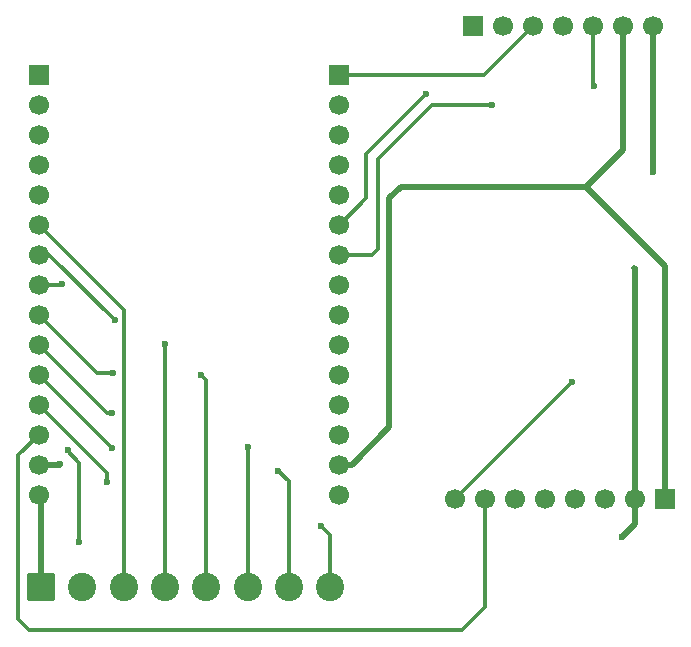
<source format=gtl>
%TF.GenerationSoftware,KiCad,Pcbnew,9.0.5*%
%TF.CreationDate,2025-12-28T15:22:45+02:00*%
%TF.ProjectId,base-schematic-02,62617365-2d73-4636-9865-6d617469632d,rev?*%
%TF.SameCoordinates,Original*%
%TF.FileFunction,Copper,L1,Top*%
%TF.FilePolarity,Positive*%
%FSLAX46Y46*%
G04 Gerber Fmt 4.6, Leading zero omitted, Abs format (unit mm)*
G04 Created by KiCad (PCBNEW 9.0.5) date 2025-12-28 15:22:45*
%MOMM*%
%LPD*%
G01*
G04 APERTURE LIST*
G04 Aperture macros list*
%AMRoundRect*
0 Rectangle with rounded corners*
0 $1 Rounding radius*
0 $2 $3 $4 $5 $6 $7 $8 $9 X,Y pos of 4 corners*
0 Add a 4 corners polygon primitive as box body*
4,1,4,$2,$3,$4,$5,$6,$7,$8,$9,$2,$3,0*
0 Add four circle primitives for the rounded corners*
1,1,$1+$1,$2,$3*
1,1,$1+$1,$4,$5*
1,1,$1+$1,$6,$7*
1,1,$1+$1,$8,$9*
0 Add four rect primitives between the rounded corners*
20,1,$1+$1,$2,$3,$4,$5,0*
20,1,$1+$1,$4,$5,$6,$7,0*
20,1,$1+$1,$6,$7,$8,$9,0*
20,1,$1+$1,$8,$9,$2,$3,0*%
G04 Aperture macros list end*
%TA.AperFunction,ComponentPad*%
%ADD10R,1.700000X1.700000*%
%TD*%
%TA.AperFunction,ComponentPad*%
%ADD11C,1.700000*%
%TD*%
%TA.AperFunction,ComponentPad*%
%ADD12RoundRect,0.250001X-0.949999X-0.949999X0.949999X-0.949999X0.949999X0.949999X-0.949999X0.949999X0*%
%TD*%
%TA.AperFunction,ComponentPad*%
%ADD13C,2.400000*%
%TD*%
%TA.AperFunction,ViaPad*%
%ADD14C,0.600000*%
%TD*%
%TA.AperFunction,Conductor*%
%ADD15C,0.500000*%
%TD*%
%TA.AperFunction,Conductor*%
%ADD16C,0.300000*%
%TD*%
G04 APERTURE END LIST*
D10*
%TO.P,J2,1,Pin_1*%
%TO.N,D23*%
X79400000Y-59460000D03*
D11*
%TO.P,J2,2,Pin_2*%
%TO.N,D22*%
X79400000Y-62000000D03*
%TO.P,J2,3,Pin_3*%
%TO.N,unconnected-(J2-Pin_3-Pad3)*%
X79400000Y-64540000D03*
%TO.P,J2,4,Pin_4*%
%TO.N,unconnected-(J2-Pin_4-Pad4)*%
X79400000Y-67080000D03*
%TO.P,J2,5,Pin_5*%
%TO.N,D21*%
X79400000Y-69620000D03*
%TO.P,J2,6,Pin_6*%
%TO.N,D19*%
X79400000Y-72160000D03*
%TO.P,J2,7,Pin_7*%
%TO.N,D18*%
X79400000Y-74700000D03*
%TO.P,J2,8,Pin_8*%
%TO.N,unconnected-(J2-Pin_8-Pad8)*%
X79400000Y-77240000D03*
%TO.P,J2,9,Pin_9*%
%TO.N,unconnected-(J2-Pin_9-Pad9)*%
X79400000Y-79780000D03*
%TO.P,J2,10,Pin_10*%
%TO.N,unconnected-(J2-Pin_10-Pad10)*%
X79400000Y-82320000D03*
%TO.P,J2,11,Pin_11*%
%TO.N,unconnected-(J2-Pin_11-Pad11)*%
X79400000Y-84860000D03*
%TO.P,J2,12,Pin_12*%
%TO.N,unconnected-(J2-Pin_12-Pad12)*%
X79400000Y-87400000D03*
%TO.P,J2,13,Pin_13*%
%TO.N,unconnected-(J2-Pin_13-Pad13)*%
X79400000Y-89940000D03*
%TO.P,J2,14,Pin_14*%
%TO.N,GND*%
X79400000Y-92480000D03*
%TO.P,J2,15,Pin_15*%
%TO.N,3V3*%
X79400000Y-95020000D03*
%TD*%
D10*
%TO.P,J1,1,Pin_1*%
%TO.N,unconnected-(J1-Pin_1-Pad1)*%
X54000000Y-59460000D03*
D11*
%TO.P,J1,2,Pin_2*%
%TO.N,unconnected-(J1-Pin_2-Pad2)*%
X54000000Y-62000000D03*
%TO.P,J1,3,Pin_3*%
%TO.N,unconnected-(J1-Pin_3-Pad3)*%
X54000000Y-64540000D03*
%TO.P,J1,4,Pin_4*%
%TO.N,unconnected-(J1-Pin_4-Pad4)*%
X54000000Y-67080000D03*
%TO.P,J1,5,Pin_5*%
%TO.N,unconnected-(J1-Pin_5-Pad5)*%
X54000000Y-69620000D03*
%TO.P,J1,6,Pin_6*%
%TO.N,D32*%
X54000000Y-72160000D03*
%TO.P,J1,7,Pin_7*%
%TO.N,D33*%
X54000000Y-74700000D03*
%TO.P,J1,8,Pin_8*%
%TO.N,D25*%
X54000000Y-77240000D03*
%TO.P,J1,9,Pin_9*%
%TO.N,D26*%
X54000000Y-79780000D03*
%TO.P,J1,10,Pin_10*%
%TO.N,D27*%
X54000000Y-82320000D03*
%TO.P,J1,11,Pin_11*%
%TO.N,D14*%
X54000000Y-84860000D03*
%TO.P,J1,12,Pin_12*%
%TO.N,D12*%
X54000000Y-87400000D03*
%TO.P,J1,13,Pin_13*%
%TO.N,D13*%
X54000000Y-89940000D03*
%TO.P,J1,14,Pin_14*%
%TO.N,GND*%
X54000000Y-92480000D03*
%TO.P,J1,15,Pin_15*%
%TO.N,VIN*%
X54000000Y-95020000D03*
%TD*%
D10*
%TO.P,J3-DAC1,1,Pin_1*%
%TO.N,D19*%
X90750000Y-55325000D03*
D11*
%TO.P,J3-DAC1,2,Pin_2*%
%TO.N,D18*%
X93290000Y-55325000D03*
%TO.P,J3-DAC1,3,Pin_3*%
%TO.N,D23*%
X95830000Y-55325000D03*
%TO.P,J3-DAC1,4,Pin_4*%
%TO.N,D25*%
X98370000Y-55325000D03*
%TO.P,J3-DAC1,5,Pin_5*%
%TO.N,D21*%
X100910000Y-55325000D03*
%TO.P,J3-DAC1,6,Pin_6*%
%TO.N,GND*%
X103450000Y-55325000D03*
%TO.P,J3-DAC1,7,Pin_7*%
%TO.N,3V3*%
X105990000Y-55325000D03*
%TD*%
D12*
%TO.P,J4,1,Pin_1*%
%TO.N,VIN*%
X54200000Y-102875000D03*
D13*
%TO.P,J4,2,Pin_2*%
%TO.N,GND*%
X57700000Y-102875000D03*
%TO.P,J4,3,Pin_3*%
%TO.N,D32*%
X61200000Y-102875000D03*
%TO.P,J4,4,Pin_4*%
%TO.N,D33*%
X64700000Y-102875000D03*
%TO.P,J4,5,Pin_5*%
%TO.N,D26*%
X68200000Y-102875000D03*
%TO.P,J4,6,Pin_6*%
%TO.N,D27*%
X71700000Y-102875000D03*
%TO.P,J4,7,Pin_7*%
%TO.N,D14*%
X75200000Y-102875000D03*
%TO.P,J4,8,Pin_8*%
%TO.N,D12*%
X78700000Y-102875000D03*
%TD*%
D10*
%TO.P,J4-IMU1,1,Pin_1*%
%TO.N,GND*%
X107009138Y-95394959D03*
D11*
%TO.P,J4-IMU1,2,Pin_2*%
%TO.N,3V3*%
X104469138Y-95394959D03*
%TO.P,J4-IMU1,3,Pin_3*%
%TO.N,unconnected-(J4-IMU1-Pin_3-Pad3)*%
X101929138Y-95394959D03*
%TO.P,J4-IMU1,4,Pin_4*%
%TO.N,unconnected-(J4-IMU1-Pin_4-Pad4)*%
X99389138Y-95394959D03*
%TO.P,J4-IMU1,5,Pin_5*%
%TO.N,unconnected-(J4-IMU1-Pin_5-Pad5)*%
X96849138Y-95394959D03*
%TO.P,J4-IMU1,6,Pin_6*%
%TO.N,unconnected-(J4-IMU1-Pin_6-Pad6)*%
X94309138Y-95394959D03*
%TO.P,J4-IMU1,7,Pin_7*%
%TO.N,D13*%
X91769138Y-95394959D03*
%TO.P,J4-IMU1,8,Pin_8*%
%TO.N,D22*%
X89229138Y-95394959D03*
%TD*%
D14*
%TO.N,GND*%
X55850000Y-92450000D03*
%TO.N,D12*%
X77910000Y-97670000D03*
X59800000Y-93930000D03*
%TO.N,D33*%
X60450000Y-80240000D03*
X64700000Y-82270000D03*
%TO.N,D26*%
X67750000Y-84890000D03*
X60310000Y-84750000D03*
%TO.N,D27*%
X71710000Y-91000000D03*
X60210000Y-88130000D03*
%TO.N,D14*%
X60210000Y-91100000D03*
X74300000Y-92990000D03*
%TO.N,D25*%
X55950000Y-77225000D03*
X56447500Y-91230000D03*
X57450000Y-99050000D03*
%TO.N,D21*%
X101025000Y-60450000D03*
%TO.N,D22*%
X99175000Y-85500000D03*
%TO.N,3V3*%
X105990000Y-67685000D03*
X103375000Y-98625000D03*
X104469138Y-75894138D03*
%TO.N,D18*%
X92425000Y-62050000D03*
%TO.N,D19*%
X86825000Y-61075000D03*
%TD*%
D15*
%TO.N,GND*%
X103450000Y-65875000D02*
X100325000Y-69000000D01*
X103450000Y-55325000D02*
X103450000Y-65875000D01*
X83700000Y-89300000D02*
X80520000Y-92480000D01*
D16*
X55820000Y-92480000D02*
X55850000Y-92450000D01*
D15*
X80520000Y-92480000D02*
X79400000Y-92480000D01*
X107009138Y-95394959D02*
X107009138Y-75684138D01*
X100325000Y-69000000D02*
X88500000Y-69000000D01*
X107009138Y-75684138D02*
X100325000Y-69000000D01*
X54000000Y-92480000D02*
X55820000Y-92480000D01*
X83700000Y-69950000D02*
X83700000Y-89300000D01*
X88500000Y-69000000D02*
X84650000Y-69000000D01*
X84650000Y-69000000D02*
X83700000Y-69950000D01*
D16*
%TO.N,D12*%
X54000000Y-87400000D02*
X59800000Y-93200000D01*
X59800000Y-93200000D02*
X59800000Y-93930000D01*
X78700000Y-98460000D02*
X78700000Y-102875000D01*
X77910000Y-97670000D02*
X78700000Y-98460000D01*
%TO.N,D33*%
X54910000Y-74700000D02*
X60450000Y-80240000D01*
X64700000Y-82270000D02*
X64700000Y-102875000D01*
X54000000Y-74700000D02*
X54910000Y-74700000D01*
X54000000Y-74700000D02*
X54000000Y-74240000D01*
%TO.N,D26*%
X68200000Y-85300000D02*
X68200000Y-102875000D01*
X58970000Y-84750000D02*
X60310000Y-84750000D01*
X54000000Y-79780000D02*
X58970000Y-84750000D01*
X67790000Y-84890000D02*
X68200000Y-85300000D01*
X67750000Y-84890000D02*
X67790000Y-84890000D01*
%TO.N,D32*%
X54000000Y-72160000D02*
X54000000Y-71700000D01*
X61200000Y-102875000D02*
X61200000Y-79360000D01*
X61200000Y-79360000D02*
X54000000Y-72160000D01*
%TO.N,D27*%
X71710000Y-91370000D02*
X71700000Y-91380000D01*
X71710000Y-91000000D02*
X71710000Y-91370000D01*
X71700000Y-91380000D02*
X71700000Y-102875000D01*
X54000000Y-82320000D02*
X59810000Y-88130000D01*
X59810000Y-88130000D02*
X60210000Y-88130000D01*
%TO.N,D14*%
X75200000Y-93890000D02*
X75200000Y-102875000D01*
X54000000Y-84860000D02*
X54030000Y-84860000D01*
X54030000Y-84860000D02*
X60210000Y-91040000D01*
X60210000Y-91040000D02*
X60210000Y-91100000D01*
X74300000Y-92990000D02*
X75200000Y-93890000D01*
%TO.N,D25*%
X56447500Y-91230000D02*
X56447500Y-91347500D01*
X57450000Y-92350000D02*
X57450000Y-99050000D01*
X55935000Y-77240000D02*
X55950000Y-77225000D01*
X54000000Y-77240000D02*
X55935000Y-77240000D01*
X56447500Y-91347500D02*
X57450000Y-92350000D01*
%TO.N,D13*%
X91769138Y-104555862D02*
X91769138Y-95394959D01*
X52275000Y-91665000D02*
X52275000Y-105550000D01*
X52275000Y-105550000D02*
X53200000Y-106475000D01*
X53200000Y-106475000D02*
X89850000Y-106475000D01*
X54000000Y-89940000D02*
X52275000Y-91665000D01*
X89850000Y-106475000D02*
X91769138Y-104555862D01*
%TO.N,VIN*%
X54200000Y-95220000D02*
X54000000Y-95020000D01*
D15*
X54200000Y-102875000D02*
X54200000Y-95220000D01*
D16*
%TO.N,D21*%
X100910000Y-55325000D02*
X100910000Y-60335000D01*
X100910000Y-60335000D02*
X101025000Y-60450000D01*
%TO.N,D23*%
X95830000Y-55325000D02*
X91695000Y-59460000D01*
X91695000Y-59460000D02*
X79400000Y-59460000D01*
%TO.N,D22*%
X89280041Y-95394959D02*
X99175000Y-85500000D01*
X89229138Y-95394959D02*
X89280041Y-95394959D01*
D15*
%TO.N,3V3*%
X104469138Y-97530862D02*
X103375000Y-98625000D01*
X104469138Y-75894138D02*
X104450000Y-75875000D01*
D16*
X105990000Y-67685000D02*
X105925000Y-67750000D01*
D15*
X104469138Y-95394959D02*
X104469138Y-75894138D01*
X104469138Y-95394959D02*
X104469138Y-97530862D01*
X105990000Y-55325000D02*
X105990000Y-67685000D01*
D16*
X105990000Y-55325000D02*
X105975000Y-55340000D01*
%TO.N,D18*%
X92425000Y-62050000D02*
X87265108Y-62050000D01*
X82700000Y-74225000D02*
X82225000Y-74700000D01*
X82700000Y-66615108D02*
X82700000Y-74225000D01*
X87265108Y-62050000D02*
X82700000Y-66615108D01*
X82225000Y-74700000D02*
X79400000Y-74700000D01*
%TO.N,D19*%
X81750000Y-69900000D02*
X81750000Y-66150000D01*
X81750000Y-66150000D02*
X86825000Y-61075000D01*
X79490000Y-72160000D02*
X81750000Y-69900000D01*
X79400000Y-72160000D02*
X79490000Y-72160000D01*
%TD*%
M02*

</source>
